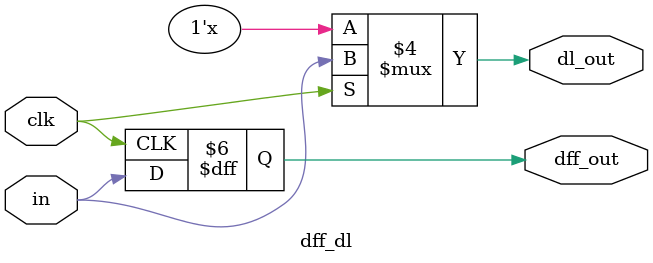
<source format=v>
module dff_dl(clk,in,dff_out,dl_out);
  	input clk;
  	input in;
  	output reg dff_out,dl_out;
  
  always@(*) begin
    if(clk)
   		 dl_out = in;
  end
  
  always @(posedge clk) begin
    	dff_out <= in;
  end
endmodule
    

</source>
